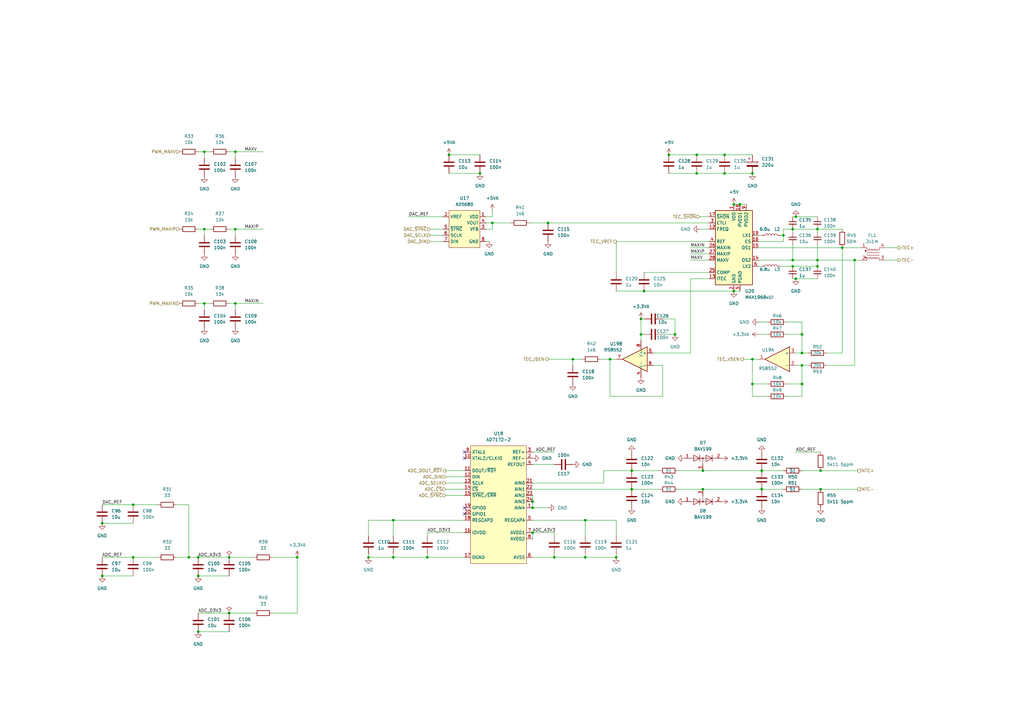
<source format=kicad_sch>
(kicad_sch (version 20230121) (generator eeschema)
  (paper "A3")
  (title_block (title "Kirdy") (date "2022-07-03") (rev "r0.1") (company "M-Labs") (comment 1 "Alex Wong Tat Hang"))
  (junction (at 300.99 119.38))
  (junction (at 350.52 106.68))
  (junction (at 297.18 63.5))
  (junction (at 274.32 63.5))
  (junction (at 300.99 83.82))
  (junction (at 201.93 91.44))
  (junction (at 252.73 228.6))
  (junction (at 96.52 62.23))
  (junction (at 308.61 147.32))
  (junction (at 161.29 213.36))
  (junction (at 325.12 106.68))
  (junction (at 234.95 147.32))
  (junction (at 83.82 62.23))
  (junction (at 41.91 214.63))
  (junction (at 81.28 259.08))
  (junction (at 121.92 228.6))
  (junction (at 218.44 218.44))
  (junction (at 328.93 149.86))
  (junction (at 336.55 193.04))
  (junction (at 218.44 208.28))
  (junction (at 161.29 228.6))
  (junction (at 308.61 71.12))
  (junction (at 93.98 251.46))
  (junction (at 325.12 93.98))
  (junction (at 224.79 91.44))
  (junction (at 262.89 137.16))
  (junction (at 285.75 71.12))
  (junction (at 308.61 157.48))
  (junction (at 326.39 114.3))
  (junction (at 250.19 147.32))
  (junction (at 83.82 93.98))
  (junction (at 81.28 228.6))
  (junction (at 83.82 124.46))
  (junction (at 175.26 228.6))
  (junction (at 259.08 193.04))
  (junction (at 81.28 236.22))
  (junction (at 321.31 96.52))
  (junction (at 93.98 228.6))
  (junction (at 54.61 228.6))
  (junction (at 218.44 205.74))
  (junction (at 184.15 63.5))
  (junction (at 240.03 228.6))
  (junction (at 335.28 109.22))
  (junction (at 345.44 101.6))
  (junction (at 259.08 200.66))
  (junction (at 328.93 137.16))
  (junction (at 96.52 93.98))
  (junction (at 227.33 228.6))
  (junction (at 96.52 124.46))
  (junction (at 303.53 83.82))
  (junction (at 41.91 236.22))
  (junction (at 312.42 193.04))
  (junction (at 328.93 157.48))
  (junction (at 288.29 193.04))
  (junction (at 325.12 109.22))
  (junction (at 196.85 71.12))
  (junction (at 336.55 200.66))
  (junction (at 262.89 130.81))
  (junction (at 240.03 213.36))
  (junction (at 288.29 200.66))
  (junction (at 328.93 144.78))
  (junction (at 151.13 228.6))
  (junction (at 264.16 119.38))
  (junction (at 77.47 228.6))
  (junction (at 335.28 93.98))
  (junction (at 276.86 137.16))
  (junction (at 285.75 63.5))
  (junction (at 297.18 71.12))
  (junction (at 335.28 106.68))
  (junction (at 312.42 200.66))
  (junction (at 54.61 207.01))
  (junction (at 326.39 88.9))
  (no_connect (at 190.5 185.42))
  (no_connect (at 190.5 187.96))
  (no_connect (at 190.5 208.28))
  (no_connect (at 190.5 210.82))
  (wire (pts (xy 320.04 96.52) (xy 321.31 96.52)))
  (wire (pts (xy 274.32 63.5) (xy 285.75 63.5)))
  (wire (pts (xy 328.93 144.78) (xy 331.47 144.78)))
  (wire (pts (xy 218.44 205.74) (xy 218.44 208.28)))
  (wire (pts (xy 218.44 218.44) (xy 227.33 218.44)))
  (wire (pts (xy 224.79 147.32) (xy 234.95 147.32)))
  (wire (pts (xy 308.61 147.32) (xy 311.15 147.32)))
  (wire (pts (xy 304.8 147.32) (xy 308.61 147.32)))
  (wire (pts (xy 41.91 236.22) (xy 54.61 236.22)))
  (wire (pts (xy 252.73 111.76) (xy 252.73 99.06)))
  (wire (pts (xy 182.88 203.2) (xy 190.5 203.2)))
  (wire (pts (xy 41.91 207.01) (xy 54.61 207.01)))
  (wire (pts (xy 328.93 149.86) (xy 331.47 149.86)))
  (wire (pts (xy 182.88 195.58) (xy 190.5 195.58)))
  (wire (pts (xy 175.26 218.44) (xy 190.5 218.44)))
  (wire (pts (xy 252.73 119.38) (xy 264.16 119.38)))
  (wire (pts (xy 252.73 213.36) (xy 252.73 219.71)))
  (wire (pts (xy 259.08 200.66) (xy 270.51 200.66)))
  (wire (pts (xy 151.13 219.71) (xy 151.13 213.36)))
  (wire (pts (xy 111.76 228.6) (xy 121.92 228.6)))
  (wire (pts (xy 93.98 251.46) (xy 104.14 251.46)))
  (wire (pts (xy 311.15 132.08) (xy 314.96 132.08)))
  (wire (pts (xy 259.08 193.04) (xy 270.51 193.04)))
  (wire (pts (xy 199.39 93.98) (xy 201.93 93.98)))
  (wire (pts (xy 325.12 106.68) (xy 335.28 106.68)))
  (wire (pts (xy 297.18 63.5) (xy 308.61 63.5)))
  (wire (pts (xy 250.19 147.32) (xy 252.73 147.32)))
  (wire (pts (xy 285.75 71.12) (xy 297.18 71.12)))
  (wire (pts (xy 312.42 193.04) (xy 321.31 193.04)))
  (wire (pts (xy 264.16 119.38) (xy 300.99 119.38)))
  (wire (pts (xy 176.53 99.06) (xy 181.61 99.06)))
  (wire (pts (xy 322.58 157.48) (xy 328.93 157.48)))
  (wire (pts (xy 227.33 218.44) (xy 227.33 219.71)))
  (wire (pts (xy 83.82 93.98) (xy 86.36 93.98)))
  (wire (pts (xy 339.09 144.78) (xy 345.44 144.78)))
  (wire (pts (xy 271.78 162.56) (xy 271.78 149.86)))
  (wire (pts (xy 184.15 63.5) (xy 196.85 63.5)))
  (wire (pts (xy 218.44 213.36) (xy 240.03 213.36)))
  (wire (pts (xy 218.44 218.44) (xy 218.44 220.98)))
  (wire (pts (xy 151.13 213.36) (xy 161.29 213.36)))
  (wire (pts (xy 151.13 228.6) (xy 161.29 228.6)))
  (wire (pts (xy 321.31 93.98) (xy 325.12 93.98)))
  (wire (pts (xy 350.52 106.68) (xy 350.52 149.86)))
  (wire (pts (xy 199.39 99.06) (xy 200.66 99.06)))
  (wire (pts (xy 96.52 124.46) (xy 96.52 127)))
  (wire (pts (xy 325.12 109.22) (xy 335.28 109.22)))
  (wire (pts (xy 287.02 88.9) (xy 290.83 88.9)))
  (wire (pts (xy 283.21 101.6) (xy 290.83 101.6)))
  (wire (pts (xy 363.22 101.6) (xy 368.3 101.6)))
  (wire (pts (xy 176.53 96.52) (xy 181.61 96.52)))
  (wire (pts (xy 271.78 149.86) (xy 267.97 149.86)))
  (wire (pts (xy 182.88 193.04) (xy 190.5 193.04)))
  (wire (pts (xy 262.89 137.16) (xy 262.89 139.7)))
  (wire (pts (xy 345.44 101.6) (xy 345.44 144.78)))
  (wire (pts (xy 326.39 144.78) (xy 328.93 144.78)))
  (wire (pts (xy 283.21 144.78) (xy 267.97 144.78)))
  (wire (pts (xy 247.65 198.12) (xy 247.65 193.04)))
  (wire (pts (xy 184.15 71.12) (xy 196.85 71.12)))
  (wire (pts (xy 311.15 101.6) (xy 345.44 101.6)))
  (wire (pts (xy 234.95 149.86) (xy 234.95 147.32)))
  (wire (pts (xy 96.52 124.46) (xy 107.95 124.46)))
  (wire (pts (xy 240.03 213.36) (xy 252.73 213.36)))
  (wire (pts (xy 328.93 193.04) (xy 336.55 193.04)))
  (wire (pts (xy 335.28 106.68) (xy 350.52 106.68)))
  (wire (pts (xy 182.88 198.12) (xy 190.5 198.12)))
  (wire (pts (xy 325.12 95.25) (xy 325.12 93.98)))
  (wire (pts (xy 328.93 200.66) (xy 336.55 200.66)))
  (wire (pts (xy 199.39 88.9) (xy 201.93 88.9)))
  (wire (pts (xy 335.28 100.33) (xy 335.28 106.68)))
  (wire (pts (xy 93.98 93.98) (xy 96.52 93.98)))
  (wire (pts (xy 264.16 130.81) (xy 262.89 130.81)))
  (wire (pts (xy 325.12 88.9) (xy 326.39 88.9)))
  (wire (pts (xy 250.19 162.56) (xy 271.78 162.56)))
  (wire (pts (xy 322.58 132.08) (xy 328.93 132.08)))
  (wire (pts (xy 83.82 62.23) (xy 83.82 64.77)))
  (wire (pts (xy 161.29 227.33) (xy 161.29 228.6)))
  (wire (pts (xy 81.28 259.08) (xy 93.98 259.08)))
  (wire (pts (xy 288.29 200.66) (xy 312.42 200.66)))
  (wire (pts (xy 264.16 111.76) (xy 290.83 111.76)))
  (wire (pts (xy 167.64 88.9) (xy 181.61 88.9)))
  (wire (pts (xy 246.38 147.32) (xy 250.19 147.32)))
  (wire (pts (xy 54.61 228.6) (xy 64.77 228.6)))
  (wire (pts (xy 240.03 227.33) (xy 240.03 228.6)))
  (wire (pts (xy 201.93 88.9) (xy 201.93 86.36)))
  (wire (pts (xy 311.15 106.68) (xy 325.12 106.68)))
  (wire (pts (xy 325.12 100.33) (xy 325.12 106.68)))
  (wire (pts (xy 234.95 147.32) (xy 238.76 147.32)))
  (wire (pts (xy 41.91 228.6) (xy 54.61 228.6)))
  (wire (pts (xy 83.82 124.46) (xy 83.82 127)))
  (wire (pts (xy 328.93 137.16) (xy 328.93 144.78)))
  (wire (pts (xy 175.26 228.6) (xy 190.5 228.6)))
  (wire (pts (xy 93.98 228.6) (xy 104.14 228.6)))
  (wire (pts (xy 218.44 190.5) (xy 227.33 190.5)))
  (wire (pts (xy 311.15 99.06) (xy 321.31 99.06)))
  (wire (pts (xy 218.44 200.66) (xy 259.08 200.66)))
  (wire (pts (xy 278.13 200.66) (xy 288.29 200.66)))
  (wire (pts (xy 96.52 93.98) (xy 96.52 96.52)))
  (wire (pts (xy 311.15 137.16) (xy 314.96 137.16)))
  (wire (pts (xy 326.39 149.86) (xy 328.93 149.86)))
  (wire (pts (xy 308.61 157.48) (xy 308.61 162.56)))
  (wire (pts (xy 54.61 207.01) (xy 64.77 207.01)))
  (wire (pts (xy 72.39 207.01) (xy 77.47 207.01)))
  (wire (pts (xy 326.39 114.3) (xy 335.28 114.3)))
  (wire (pts (xy 325.12 114.3) (xy 326.39 114.3)))
  (wire (pts (xy 77.47 207.01) (xy 77.47 228.6)))
  (wire (pts (xy 218.44 208.28) (xy 224.79 208.28)))
  (wire (pts (xy 247.65 198.12) (xy 218.44 198.12)))
  (wire (pts (xy 252.73 227.33) (xy 252.73 228.6)))
  (wire (pts (xy 199.39 91.44) (xy 201.93 91.44)))
  (wire (pts (xy 328.93 162.56) (xy 328.93 157.48)))
  (wire (pts (xy 111.76 251.46) (xy 121.92 251.46)))
  (wire (pts (xy 83.82 93.98) (xy 83.82 96.52)))
  (wire (pts (xy 93.98 62.23) (xy 96.52 62.23)))
  (wire (pts (xy 224.79 91.44) (xy 290.83 91.44)))
  (wire (pts (xy 287.02 93.98) (xy 290.83 93.98)))
  (wire (pts (xy 322.58 137.16) (xy 328.93 137.16)))
  (wire (pts (xy 81.28 236.22) (xy 93.98 236.22)))
  (wire (pts (xy 276.86 130.81) (xy 276.86 137.16)))
  (wire (pts (xy 201.93 93.98) (xy 201.93 91.44)))
  (wire (pts (xy 218.44 185.42) (xy 227.33 185.42)))
  (wire (pts (xy 322.58 162.56) (xy 328.93 162.56)))
  (wire (pts (xy 328.93 132.08) (xy 328.93 137.16)))
  (wire (pts (xy 41.91 214.63) (xy 54.61 214.63)))
  (wire (pts (xy 176.53 93.98) (xy 181.61 93.98)))
  (wire (pts (xy 81.28 93.98) (xy 83.82 93.98)))
  (wire (pts (xy 81.28 228.6) (xy 93.98 228.6)))
  (wire (pts (xy 335.28 95.25) (xy 335.28 93.98)))
  (wire (pts (xy 96.52 62.23) (xy 107.95 62.23)))
  (wire (pts (xy 321.31 99.06) (xy 321.31 96.52)))
  (wire (pts (xy 175.26 227.33) (xy 175.26 228.6)))
  (wire (pts (xy 218.44 203.2) (xy 218.44 205.74)))
  (wire (pts (xy 77.47 228.6) (xy 81.28 228.6)))
  (wire (pts (xy 326.39 185.42) (xy 336.55 185.42)))
  (wire (pts (xy 121.92 251.46) (xy 121.92 228.6)))
  (wire (pts (xy 271.78 137.16) (xy 276.86 137.16)))
  (wire (pts (xy 311.15 96.52) (xy 312.42 96.52)))
  (wire (pts (xy 283.21 114.3) (xy 290.83 114.3)))
  (wire (pts (xy 96.52 93.98) (xy 107.95 93.98)))
  (wire (pts (xy 81.28 62.23) (xy 83.82 62.23)))
  (wire (pts (xy 240.03 213.36) (xy 240.03 219.71)))
  (wire (pts (xy 264.16 137.16) (xy 262.89 137.16)))
  (wire (pts (xy 321.31 96.52) (xy 321.31 93.98)))
  (wire (pts (xy 335.28 106.68) (xy 335.28 109.22)))
  (wire (pts (xy 217.17 91.44) (xy 224.79 91.44)))
  (wire (pts (xy 312.42 200.66) (xy 321.31 200.66)))
  (wire (pts (xy 335.28 93.98) (xy 345.44 93.98)))
  (wire (pts (xy 274.32 71.12) (xy 285.75 71.12)))
  (wire (pts (xy 262.89 130.81) (xy 262.89 137.16)))
  (wire (pts (xy 250.19 147.32) (xy 250.19 162.56)))
  (wire (pts (xy 336.55 200.66) (xy 351.79 200.66)))
  (wire (pts (xy 285.75 63.5) (xy 297.18 63.5)))
  (wire (pts (xy 182.88 200.66) (xy 190.5 200.66)))
  (wire (pts (xy 288.29 193.04) (xy 312.42 193.04)))
  (wire (pts (xy 81.28 124.46) (xy 83.82 124.46)))
  (wire (pts (xy 300.99 83.82) (xy 303.53 83.82)))
  (wire (pts (xy 83.82 124.46) (xy 86.36 124.46)))
  (wire (pts (xy 350.52 106.68) (xy 353.06 106.68)))
  (wire (pts (xy 278.13 193.04) (xy 288.29 193.04)))
  (wire (pts (xy 283.21 114.3) (xy 283.21 144.78)))
  (wire (pts (xy 81.28 251.46) (xy 93.98 251.46)))
  (wire (pts (xy 96.52 62.23) (xy 96.52 64.77)))
  (wire (pts (xy 345.44 101.6) (xy 353.06 101.6)))
  (wire (pts (xy 252.73 99.06) (xy 290.83 99.06)))
  (wire (pts (xy 363.22 106.68) (xy 368.3 106.68)))
  (wire (pts (xy 328.93 157.48) (xy 328.93 149.86)))
  (wire (pts (xy 314.96 157.48) (xy 308.61 157.48)))
  (wire (pts (xy 93.98 124.46) (xy 96.52 124.46)))
  (wire (pts (xy 227.33 227.33) (xy 227.33 228.6)))
  (wire (pts (xy 218.44 228.6) (xy 227.33 228.6)))
  (wire (pts (xy 300.99 119.38) (xy 303.53 119.38)))
  (wire (pts (xy 72.39 228.6) (xy 77.47 228.6)))
  (wire (pts (xy 161.29 228.6) (xy 175.26 228.6)))
  (wire (pts (xy 308.61 157.48) (xy 308.61 147.32)))
  (wire (pts (xy 303.53 83.82) (xy 306.07 83.82)))
  (wire (pts (xy 271.78 130.81) (xy 276.86 130.81)))
  (wire (pts (xy 201.93 91.44) (xy 209.55 91.44)))
  (wire (pts (xy 308.61 162.56) (xy 314.96 162.56)))
  (wire (pts (xy 247.65 193.04) (xy 259.08 193.04)))
  (wire (pts (xy 83.82 62.23) (xy 86.36 62.23)))
  (wire (pts (xy 336.55 193.04) (xy 351.79 193.04)))
  (wire (pts (xy 161.29 213.36) (xy 161.29 219.71)))
  (wire (pts (xy 326.39 88.9) (xy 335.28 88.9)))
  (wire (pts (xy 311.15 109.22) (xy 312.42 109.22)))
  (wire (pts (xy 227.33 228.6) (xy 240.03 228.6)))
  (wire (pts (xy 320.04 109.22) (xy 325.12 109.22)))
  (wire (pts (xy 339.09 149.86) (xy 350.52 149.86)))
  (wire (pts (xy 297.18 71.12) (xy 308.61 71.12)))
  (wire (pts (xy 161.29 213.36) (xy 190.5 213.36)))
  (wire (pts (xy 283.21 104.14) (xy 290.83 104.14)))
  (wire (pts (xy 283.21 106.68) (xy 290.83 106.68)))
  (wire (pts (xy 240.03 228.6) (xy 252.73 228.6)))
  (wire (pts (xy 151.13 227.33) (xy 151.13 228.6)))
  (wire (pts (xy 325.12 93.98) (xy 335.28 93.98)))
  (wire (pts (xy 175.26 218.44) (xy 175.26 219.71)))
  (label "DAC_REF" (at 167.64 88.9 0))
  (label "ADC_D3V3" (at 175.26 218.44 0))
  (label "MAXV" (at 100.33 62.23 0))
  (label "MAXIN" (at 100.33 124.46 0))
  (label "ADC_REF" (at 41.91 228.6 0))
  (label "MAXIN" (at 283.21 101.6 0))
  (label "ADC_A3V3" (at 81.28 228.6 0))
  (label "MAXV" (at 283.21 106.68 0))
  (label "DAC_REF" (at 41.91 207.01 0))
  (label "MAXIP" (at 100.33 93.98 0))
  (label "ADC_REF" (at 326.39 185.42 0))
  (label "ADC_D3V3" (at 81.28 251.46 0))
  (label "ADC_REF" (at 219.71 185.42 0))
  (label "ADC_A3V3" (at 218.44 218.44 0))
  (label "MAXIP" (at 283.21 104.14 0))
  (hierarchical_label "ADC_DOUT_~{RDY}" (shape output) (at 182.88 193.04 180))
  (hierarchical_label "TEC+" (shape output) (at 368.3 101.6 0))
  (hierarchical_label "PWM_MAXIP" (shape input) (at 73.66 93.98 180))
  (hierarchical_label "DAC_DIN" (shape input) (at 176.53 99.06 180))
  (hierarchical_label "PWM_MAXIN" (shape input) (at 73.66 124.46 180))
  (hierarchical_label "TEC_VREF" (shape output) (at 252.73 99.06 180))
  (hierarchical_label "TEC_~{SHDN}" (shape input) (at 287.02 88.9 180))
  (hierarchical_label "DAC_SCLK" (shape input) (at 176.53 96.52 180))
  (hierarchical_label "TEC_ISEN" (shape output) (at 224.79 147.32 180))
  (hierarchical_label "ADC_~{CS}" (shape input) (at 182.88 200.66 180))
  (hierarchical_label "NTC-" (shape passive) (at 351.79 200.66 0))
  (hierarchical_label "ADC_DIN" (shape input) (at 182.88 195.58 180))
  (hierarchical_label "NTC+" (shape passive) (at 351.79 193.04 0))
  (hierarchical_label "TEC-" (shape output) (at 368.3 106.68 0))
  (hierarchical_label "PWM_MAXV" (shape input) (at 73.66 62.23 180))
  (hierarchical_label "ADC_SCLK" (shape input) (at 182.88 198.12 180))
  (hierarchical_label "TEC_VSEN" (shape output) (at 304.8 147.32 180))
  (hierarchical_label "ADC_~{SYNC}" (shape input) (at 182.88 203.2 180))
  (hierarchical_label "DAC_~{SYNC}" (shape input) (at 176.53 93.98 180))
  (symbol (lib_id "power:GND") (at 81.28 236.22 0) (unit 1)
    (property "Reference" "#PWR084" (effects hide))
    (property "Value" "GND" (at 81.28 241.3 0))
  )
  (symbol (lib_id "Device:C") (at 240.03 223.52 0) (unit 1)
    (property "Reference" "C119" (at 243.84 222.2499 0) (effects (justify left)))
    (property "Value" "100n" (at 243.84 224.7899 0) (effects (justify left)))
    (property "Footprint" "Capacitor_SMD:C_0603_1608Metric" (effects hide))
    (property "MFR_PN" "CL10B104KB8NNWC" (effects hide))
    (property "MFR_PN_ALT" "CL10B104KB8NNNL" (effects hide))
  )
  (symbol (lib_id "Device:C") (at 175.26 223.52 0) (unit 1)
    (property "Reference" "C112" (at 179.07 222.2499 0) (effects (justify left)))
    (property "Value" "100n" (at 179.07 224.7899 0) (effects (justify left)))
    (property "Footprint" "Capacitor_SMD:C_0603_1608Metric" (effects hide))
    (property "MFR_PN" "CL10B104KB8NNWC" (effects hide))
    (property "MFR_PN_ALT" "CL10B104KB8NNNL" (effects hide))
  )
  (symbol (lib_id "kirdy:AD5680") (at 190.5 101.6 0) (unit 1)
    (property "Reference" "U17" (at 190.5 81.28 0))
    (property "Value" "AD5680" (at 190.5 83.82 0))
    (property "Footprint" "Package_TO_SOT_SMD:SOT-23-8" (effects hide))
    (property "Datasheet" "https://www.analog.com/media/en/technical-documentation/data-sheets/ad5680.pdf" (effects hide))
    (property "MFR_PN" "AD5680BRJZ" (effects hide))
  )
  (symbol (lib_id "power:GND") (at 41.91 236.22 0) (unit 1)
    (property "Reference" "#PWR083" (effects hide))
    (property "Value" "GND" (at 41.91 241.3 0))
  )
  (symbol (lib_id "power:GND") (at 200.66 99.06 0) (unit 1)
    (property "Reference" "#PWR096" (effects hide))
    (property "Value" "GND" (at 200.66 104.14 0))
  )
  (symbol (lib_id "Device:C") (at 81.28 255.27 0) (unit 1)
    (property "Reference" "C101" (at 85.09 253.9999 0) (effects (justify left)))
    (property "Value" "10u" (at 85.09 256.5399 0) (effects (justify left)))
    (property "Footprint" "Capacitor_SMD:C_0805_2012Metric" (effects hide))
    (property "MFR_PN" "CL21B106KOQNNNG" (effects hide))
    (property "MFR_PN_ALT" "CL21B106KOQNNNE" (effects hide))
  )
  (symbol (lib_id "Device:R") (at 345.44 97.79 180) (unit 1)
    (property "Reference" "R45" (at 349.25 96.52 0))
    (property "Value" "50m" (at 349.25 99.06 0))
    (property "Footprint" "Resistor_SMD:R_2010_5025Metric" (effects hide))
    (property "MFR_PN" "WSL2010R5000FEA18" (effects hide))
    (property "MFR_PN_ALT" "WSLT2010R5000FEA18" (effects hide))
  )
  (symbol (lib_id "Device:C") (at 252.73 223.52 0) (unit 1)
    (property "Reference" "C121" (at 256.54 222.2499 0) (effects (justify left)))
    (property "Value" "1u" (at 256.54 224.7899 0) (effects (justify left)))
    (property "Footprint" "Capacitor_SMD:C_0603_1608Metric" (effects hide))
    (property "MFR_PN" "CL10B105KA8NNNC" (effects hide))
    (property "MFR_PN_ALT" "CGA3E1X7R1E105K080AC" (effects hide))
  )
  (symbol (lib_id "power:+3.3VA") (at 121.92 228.6 0) (unit 1)
    (property "Reference" "#PWR092" (effects hide))
    (property "Value" "+3.3VA" (at 121.92 223.52 0))
  )
  (symbol (lib_id "power:+5V") (at 274.32 63.5 0) (unit 1)
    (property "Reference" "#PWR0108" (effects hide))
    (property "Value" "+5V" (at 274.32 58.42 0))
  )
  (symbol (lib_id "Device:R") (at 107.95 251.46 90) (unit 1)
    (property "Reference" "R40" (at 107.95 245.11 90))
    (property "Value" "33" (at 107.95 247.65 90))
    (property "Footprint" "Resistor_SMD:R_0603_1608Metric" (effects hide))
    (property "MFR_PN" "RC0603FR-0733RL" (effects hide))
    (property "MFR_PN_ALT" "CRGCQ0603F33R" (effects hide))
  )
  (symbol (lib_id "Device:Filter_EMI_LL_1423") (at 358.14 104.14 0) (mirror x) (unit 1)
    (property "Reference" "FL1" (at 357.759 96.52 0))
    (property "Value" "2x1m" (at 357.759 99.06 0))
    (property "Footprint" "Inductor_SMD:L_CommonModeChoke_Wuerth_WE-SL5" (effects hide))
    (property "MFR_PN" "744273501" (effects hide))
  )
  (symbol (lib_id "Device:R") (at 318.77 132.08 90) (unit 1)
    (property "Reference" "R46" (at 318.77 129.54 90))
    (property "Value" "10k" (at 318.77 132.08 90))
    (property "Footprint" "Resistor_SMD:R_0603_1608Metric" (effects hide))
    (property "MFR_PN" "RNCP0603FTD10K0" (effects hide))
    (property "MFR_PN_ALT" "RMCF0603FT10K0" (effects hide))
  )
  (symbol (lib_id "power:GND") (at 83.82 104.14 0) (unit 1)
    (property "Reference" "#PWR087" (effects hide))
    (property "Value" "GND" (at 83.82 109.22 0))
  )
  (symbol (lib_id "Device:R") (at 90.17 62.23 90) (unit 1)
    (property "Reference" "R36" (at 90.17 55.88 90))
    (property "Value" "10k" (at 90.17 58.42 90))
    (property "Footprint" "Resistor_SMD:R_0603_1608Metric" (effects hide))
    (property "MFR_PN" "RNCP0603FTD10K0" (effects hide))
    (property "MFR_PN_ALT" "RMCF0603FT10K0" (effects hide))
  )
  (symbol (lib_id "Device:R") (at 274.32 193.04 90) (unit 1)
    (property "Reference" "R43" (at 274.32 195.58 90))
    (property "Value" "51" (at 274.32 193.04 90))
    (property "Footprint" "Resistor_SMD:R_0603_1608Metric" (effects hide))
    (property "MFR_PN" "ESR03EZPF51R0" (effects hide))
    (property "MFR_PN_ALT" "RMCF0603FT51R0" (effects hide))
  )
  (symbol (lib_id "kirdy:RS8552") (at 260.35 147.32 0) (mirror y) (unit 3)
    (property "Reference" "U19" (effects hide))
    (property "Value" "RS8552" (effects hide))
    (property "Footprint" "Package_SO:SOIC-8_3.9x4.9mm_P1.27mm" (effects hide))
    (property "Datasheet" "https://datasheet.lcsc.com/lcsc/2010160333_Jiangsu-RUNIC-Tech-RS8554XP_C236997.pdf" (effects hide))
    (property "MFR_PN" "RS8552XK" (effects hide))
  )
  (symbol (lib_id "power:GND") (at 308.61 71.12 0) (unit 1)
    (property "Reference" "#PWR0117" (effects hide))
    (property "Value" "GND" (at 308.61 76.2 0))
  )
  (symbol (lib_id "Device:R") (at 325.12 193.04 90) (unit 1)
    (property "Reference" "R50" (at 325.12 195.58 90))
    (property "Value" "51" (at 325.12 193.04 90))
    (property "Footprint" "Resistor_SMD:R_0603_1608Metric" (effects hide))
    (property "MFR_PN" "ESR03EZPF51R0" (effects hide))
    (property "MFR_PN_ALT" "RMCF0603FT51R0" (effects hide))
  )
  (symbol (lib_id "power:GND") (at 311.15 132.08 270) (unit 1)
    (property "Reference" "#PWR0118" (effects hide))
    (property "Value" "GND" (at 307.34 132.0799 90) (effects (justify right)))
  )
  (symbol (lib_id "Device:R") (at 274.32 200.66 90) (unit 1)
    (property "Reference" "R44" (at 274.32 198.12 90))
    (property "Value" "51" (at 274.32 200.66 90))
    (property "Footprint" "Resistor_SMD:R_0603_1608Metric" (effects hide))
    (property "MFR_PN" "ESR03EZPF51R0" (effects hide))
    (property "MFR_PN_ALT" "RMCF0603FT51R0" (effects hide))
  )
  (symbol (lib_id "kirdy:AD7172-2") (at 204.47 209.55 0) (mirror y) (unit 1)
    (property "Reference" "U18" (at 204.47 177.8 0))
    (property "Value" "AD7172-2" (at 204.47 180.34 0))
    (property "Footprint" "Package_SO:TSSOP-24_4.4x7.8mm_P0.65mm" (effects hide))
    (property "Datasheet" "https://www.analog.com/media/en/technical-documentation/data-sheets/ad7172-2.pdf" (effects hide))
    (property "MFR_PN" "AD7172-2BRUZ" (effects hide))
  )
  (symbol (lib_id "Device:C") (at 93.98 232.41 0) (unit 1)
    (property "Reference" "C105" (at 97.79 231.1399 0) (effects (justify left)))
    (property "Value" "100n" (at 97.79 233.6799 0) (effects (justify left)))
    (property "Footprint" "Capacitor_SMD:C_0603_1608Metric" (effects hide))
    (property "MFR_PN" "CL10B104KB8NNWC" (effects hide))
    (property "MFR_PN_ALT" "CL10B104KB8NNNL" (effects hide))
  )
  (symbol (lib_id "power:GND") (at 83.82 134.62 0) (unit 1)
    (property "Reference" "#PWR088" (effects hide))
    (property "Value" "GND" (at 83.82 139.7 0))
  )
  (symbol (lib_id "Device:L") (at 316.23 109.22 90) (unit 1)
    (property "Reference" "L3" (at 318.77 110.49 90))
    (property "Value" "6.8u" (at 313.69 110.49 90))
    (property "Footprint" "Inductor_SMD:L_Wuerth_MAPI-4030" (effects hide))
    (property "MFR_PN" "74438357068" (effects hide))
  )
  (symbol (lib_id "power:GND") (at 234.95 190.5 90) (unit 1)
    (property "Reference" "#PWR0102" (effects hide))
    (property "Value" "GND" (at 238.76 190.4999 90) (effects (justify right)))
  )
  (symbol (lib_id "Device:R") (at 77.47 93.98 90) (unit 1)
    (property "Reference" "R34" (at 77.47 87.63 90))
    (property "Value" "10k" (at 77.47 90.17 90))
    (property "Footprint" "Resistor_SMD:R_0603_1608Metric" (effects hide))
    (property "MFR_PN" "RNCP0603FTD10K0" (effects hide))
    (property "MFR_PN_ALT" "RMCF0603FT10K0" (effects hide))
  )
  (symbol (lib_id "Device:R") (at 325.12 200.66 90) (unit 1)
    (property "Reference" "R51" (at 325.12 198.12 90))
    (property "Value" "51" (at 325.12 200.66 90))
    (property "Footprint" "Resistor_SMD:R_0603_1608Metric" (effects hide))
    (property "MFR_PN" "ESR03EZPF51R0" (effects hide))
    (property "MFR_PN_ALT" "RMCF0603FT51R0" (effects hide))
  )
  (symbol (lib_id "Device:C") (at 41.91 232.41 0) (unit 1)
    (property "Reference" "C97" (at 45.72 231.1399 0) (effects (justify left)))
    (property "Value" "10u" (at 45.72 233.6799 0) (effects (justify left)))
    (property "Footprint" "Capacitor_SMD:C_0805_2012Metric" (effects hide))
    (property "MFR_PN" "CL21B106KOQNNNG" (effects hide))
    (property "MFR_PN_ALT" "CL21B106KOQNNNE" (effects hide))
  )
  (symbol (lib_id "Device:C") (at 259.08 196.85 0) (unit 1)
    (property "Reference" "C123" (at 262.89 195.5799 0) (effects (justify left)))
    (property "Value" "100n" (at 262.89 198.1199 0) (effects (justify left)))
    (property "Footprint" "Capacitor_SMD:C_0603_1608Metric" (effects hide))
    (property "MFR_PN" "CL10B104KB8NNWC" (effects hide))
    (property "MFR_PN_ALT" "CL10B104KB8NNNL" (effects hide))
  )
  (symbol (lib_id "power:GND") (at 96.52 72.39 0) (unit 1)
    (property "Reference" "#PWR089" (effects hide))
    (property "Value" "GND" (at 96.52 77.47 0))
  )
  (symbol (lib_id "Device:C") (at 297.18 67.31 0) (unit 1)
    (property "Reference" "C130" (at 300.99 66.0399 0) (effects (justify left)))
    (property "Value" "1u" (at 300.99 68.5799 0) (effects (justify left)))
    (property "Footprint" "Capacitor_SMD:C_0603_1608Metric" (effects hide))
    (property "MFR_PN" "CL10B105KA8NNNC" (effects hide))
    (property "MFR_PN_ALT" "CGA3E1X7R1E105K080AC" (effects hide))
  )
  (symbol (lib_id "Device:C") (at 285.75 67.31 0) (unit 1)
    (property "Reference" "C129" (at 289.56 66.0399 0) (effects (justify left)))
    (property "Value" "1u" (at 289.56 68.5799 0) (effects (justify left)))
    (property "Footprint" "Capacitor_SMD:C_0603_1608Metric" (effects hide))
    (property "MFR_PN" "CL10B105KA8NNNC" (effects hide))
    (property "MFR_PN_ALT" "CGA3E1X7R1E105K080AC" (effects hide))
  )
  (symbol (lib_id "Device:C") (at 41.91 210.82 0) (unit 1)
    (property "Reference" "C96" (at 45.72 209.5499 0) (effects (justify left)))
    (property "Value" "10u" (at 45.72 212.0899 0) (effects (justify left)))
    (property "Footprint" "Capacitor_SMD:C_0805_2012Metric" (effects hide))
    (property "MFR_PN" "CL21B106KOQNNNG" (effects hide))
    (property "MFR_PN_ALT" "CL21B106KOQNNNE" (effects hide))
  )
  (symbol (lib_id "Device:C") (at 267.97 137.16 90) (unit 1)
    (property "Reference" "C127" (at 271.78 135.89 90))
    (property "Value" "100n" (at 271.78 138.43 90))
    (property "Footprint" "Capacitor_SMD:C_0603_1608Metric" (effects hide))
    (property "MFR_PN" "CL10B104KB8NNWC" (effects hide))
    (property "MFR_PN_ALT" "CL10B104KB8NNNL" (effects hide))
  )
  (symbol (lib_id "Device:C_Small") (at 325.12 97.79 0) (unit 1)
    (property "Reference" "C136" (at 327.66 96.5262 0) (effects (justify left)))
    (property "Value" "10u" (at 327.66 99.0662 0) (effects (justify left)))
    (property "Footprint" "Capacitor_SMD:C_0805_2012Metric" (effects hide))
    (property "MFR_PN" "CL21B106KOQNNNG" (effects hide))
    (property "MFR_PN_ALT" "CL21B106KOQNNNE" (effects hide))
  )
  (symbol (lib_id "power:GND") (at 224.79 208.28 90) (unit 1)
    (property "Reference" "#PWR0100" (effects hide))
    (property "Value" "GND" (at 228.6 208.2799 90) (effects (justify right)))
  )
  (symbol (lib_id "Device:C") (at 96.52 130.81 0) (unit 1)
    (property "Reference" "C109" (at 100.33 129.5399 0) (effects (justify left)))
    (property "Value" "100n" (at 100.33 132.0799 0) (effects (justify left)))
    (property "Footprint" "Capacitor_SMD:C_0603_1608Metric" (effects hide))
    (property "MFR_PN" "CL10B104KB8NNWC" (effects hide))
    (property "MFR_PN_ALT" "CL10B104KB8NNNL" (effects hide))
  )
  (symbol (lib_id "Device:R") (at 242.57 147.32 90) (unit 1)
    (property "Reference" "R42" (at 242.57 140.97 90))
    (property "Value" "1k6" (at 242.57 143.51 90))
    (property "Footprint" "Resistor_SMD:R_0603_1608Metric" (effects hide))
    (property "MFR_PN" "RT0603FRE071K6L" (effects hide))
    (property "MFR_PN_ALT" "RMCF0603FT1K60" (effects hide))
  )
  (symbol (lib_id "Device:R") (at 90.17 93.98 90) (unit 1)
    (property "Reference" "R37" (at 90.17 87.63 90))
    (property "Value" "10k" (at 90.17 90.17 90))
    (property "Footprint" "Resistor_SMD:R_0603_1608Metric" (effects hide))
    (property "MFR_PN" "RNCP0603FTD10K0" (effects hide))
    (property "MFR_PN_ALT" "RMCF0603FT10K0" (effects hide))
  )
  (symbol (lib_id "Device:R") (at 336.55 189.23 0) (unit 1)
    (property "Reference" "R54" (at 339.09 187.9599 0) (effects (justify left)))
    (property "Value" "5k11 5ppm" (at 339.09 190.4999 0) (effects (justify left)))
    (property "Footprint" "Resistor_SMD:R_0603_1608Metric" (effects hide))
    (property "MFR_PN" "RN73H1JTTD5111A05" (effects hide))
    (property "MFR_PN_ALT" "TNPU06035K11BZEN00" (effects hide))
  )
  (symbol (lib_id "power:GND") (at 224.79 99.06 0) (unit 1)
    (property "Reference" "#PWR099" (effects hide))
    (property "Value" "GND" (at 224.79 104.14 0))
  )
  (symbol (lib_id "Device:C") (at 312.42 204.47 0) (unit 1)
    (property "Reference" "C134" (at 316.23 203.1999 0) (effects (justify left)))
    (property "Value" "10n" (at 316.23 205.7399 0) (effects (justify left)))
    (property "Footprint" "Capacitor_SMD:C_0603_1608Metric" (effects hide))
    (property "MFR_PN" "0603B103K500CT" (effects hide))
    (property "MFR_PN_ALT" "CL10B103KB8NNNC" (effects hide))
  )
  (symbol (lib_id "Device:C") (at 252.73 115.57 0) (unit 1)
    (property "Reference" "C120" (at 256.54 114.2999 0) (effects (justify left)))
    (property "Value" "1u" (at 256.54 116.8399 0) (effects (justify left)))
    (property "Footprint" "Capacitor_SMD:C_0603_1608Metric" (effects hide))
    (property "MFR_PN" "CL10B105KA8NNNC" (effects hide))
    (property "MFR_PN_ALT" "CGA3E1X7R1E105K080AC" (effects hide))
  )
  (symbol (lib_id "Device:C") (at 274.32 67.31 0) (unit 1)
    (property "Reference" "C128" (at 278.13 66.0399 0) (effects (justify left)))
    (property "Value" "1u" (at 278.13 68.5799 0) (effects (justify left)))
    (property "Footprint" "Capacitor_SMD:C_0603_1608Metric" (effects hide))
    (property "MFR_PN" "CL10B105KA8NNNC" (effects hide))
    (property "MFR_PN_ALT" "CGA3E1X7R1E105K080AC" (effects hide))
  )
  (symbol (lib_id "Device:C_Small") (at 325.12 111.76 0) (unit 1)
    (property "Reference" "C137" (at 327.66 110.4962 0) (effects (justify left)))
    (property "Value" "1u" (at 327.66 113.0362 0) (effects (justify left)))
    (property "Footprint" "Capacitor_SMD:C_0603_1608Metric" (effects hide))
    (property "MFR_PN" "CL10B105KA8NNNC" (effects hide))
    (property "MFR_PN_ALT" "CGA3E1X7R1E105K080AC" (effects hide))
  )
  (symbol (lib_id "Device:C") (at 184.15 67.31 0) (unit 1)
    (property "Reference" "C113" (at 187.96 66.0399 0) (effects (justify left)))
    (property "Value" "10u" (at 187.96 68.5799 0) (effects (justify left)))
    (property "Footprint" "Capacitor_SMD:C_0805_2012Metric" (effects hide))
    (property "MFR_PN" "CL21B106KOQNNNG" (effects hide))
    (property "MFR_PN_ALT" "CL21B106KOQNNNE" (effects hide))
  )
  (symbol (lib_id "power:GND") (at 252.73 228.6 0) (unit 1)
    (property "Reference" "#PWR0103" (effects hide))
    (property "Value" "GND" (at 252.73 233.68 0))
  )
  (symbol (lib_id "power:GND") (at 83.82 72.39 0) (unit 1)
    (property "Reference" "#PWR086" (effects hide))
    (property "Value" "GND" (at 83.82 77.47 0))
  )
  (symbol (lib_id "power:GND") (at 196.85 71.12 0) (unit 1)
    (property "Reference" "#PWR095" (effects hide))
    (property "Value" "GND" (at 196.85 76.2 0))
  )
  (symbol (lib_id "Device:R") (at 77.47 62.23 90) (unit 1)
    (property "Reference" "R33" (at 77.47 55.88 90))
    (property "Value" "10k" (at 77.47 58.42 90))
    (property "Footprint" "Resistor_SMD:R_0603_1608Metric" (effects hide))
    (property "MFR_PN" "RNCP0603FTD10K0" (effects hide))
    (property "MFR_PN_ALT" "RMCF0603FT10K0" (effects hide))
  )
  (symbol (lib_id "Device:C") (at 151.13 223.52 0) (unit 1)
    (property "Reference" "C110" (at 154.94 222.2499 0) (effects (justify left)))
    (property "Value" "1u" (at 154.94 224.7899 0) (effects (justify left)))
    (property "Footprint" "Capacitor_SMD:C_0603_1608Metric" (effects hide))
    (property "MFR_PN" "CL10B105KA8NNNC" (effects hide))
    (property "MFR_PN_ALT" "CGA3E1X7R1E105K080AC" (effects hide))
  )
  (symbol (lib_id "Device:R") (at 213.36 91.44 90) (unit 1)
    (property "Reference" "R41" (at 213.36 85.09 90))
    (property "Value" "1k6" (at 213.36 87.63 90))
    (property "Footprint" "Resistor_SMD:R_0603_1608Metric" (effects hide))
    (property "MFR_PN" "RT0603FRE071K6L" (effects hide))
    (property "MFR_PN_ALT" "RMCF0603FT1K60" (effects hide))
  )
  (symbol (lib_id "power:GND") (at 280.67 187.96 270) (unit 1)
    (property "Reference" "#PWR0110" (effects hide))
    (property "Value" "GND" (at 276.86 187.9599 90) (effects (justify right)))
  )
  (symbol (lib_id "Device:R") (at 68.58 207.01 90) (unit 1)
    (property "Reference" "R31" (at 68.58 200.66 90))
    (property "Value" "33" (at 68.58 203.2 90))
    (property "Footprint" "Resistor_SMD:R_0603_1608Metric" (effects hide))
    (property "MFR_PN" "RC0603FR-0733RL" (effects hide))
    (property "MFR_PN_ALT" "CRGCQ0603F33R" (effects hide))
  )
  (symbol (lib_id "Device:C") (at 96.52 68.58 0) (unit 1)
    (property "Reference" "C107" (at 100.33 67.3099 0) (effects (justify left)))
    (property "Value" "100n" (at 100.33 69.8499 0) (effects (justify left)))
    (property "Footprint" "Capacitor_SMD:C_0603_1608Metric" (effects hide))
    (property "MFR_PN" "CL10B104KB8NNWC" (effects hide))
    (property "MFR_PN_ALT" "CL10B104KB8NNNL" (effects hide))
  )
  (symbol (lib_id "Device:R") (at 336.55 204.47 0) (unit 1)
    (property "Reference" "R55" (at 339.09 203.1999 0) (effects (justify left)))
    (property "Value" "5k11 5ppm" (at 339.09 205.7399 0) (effects (justify left)))
    (property "Footprint" "Resistor_SMD:R_0603_1608Metric" (effects hide))
    (property "MFR_PN" "RN73H1JTTD5111A05" (effects hide))
    (property "MFR_PN_ALT" "TNPU06035K11BZEN00" (effects hide))
  )
  (symbol (lib_id "Device:C") (at 81.28 232.41 0) (unit 1)
    (property "Reference" "C100" (at 85.09 231.1399 0) (effects (justify left)))
    (property "Value" "10u" (at 85.09 233.6799 0) (effects (justify left)))
    (property "Footprint" "Capacitor_SMD:C_0805_2012Metric" (effects hide))
    (property "MFR_PN" "CL21B106KOQNNNG" (effects hide))
    (property "MFR_PN_ALT" "CL21B106KOQNNNE" (effects hide))
  )
  (symbol (lib_id "Device:C") (at 196.85 67.31 0) (unit 1)
    (property "Reference" "C114" (at 200.66 66.0399 0) (effects (justify left)))
    (property "Value" "100n" (at 200.66 68.5799 0) (effects (justify left)))
    (property "Footprint" "Capacitor_SMD:C_0603_1608Metric" (effects hide))
    (property "MFR_PN" "CL10B104KB8NNWC" (effects hide))
    (property "MFR_PN_ALT" "CL10B104KB8NNNL" (effects hide))
  )
  (symbol (lib_id "power:+3.3VA") (at 262.89 130.81 0) (unit 1)
    (property "Reference" "#PWR0106" (effects hide))
    (property "Value" "+3.3VA" (at 262.89 125.73 0))
  )
  (symbol (lib_id "power:GND") (at 234.95 157.48 0) (unit 1)
    (property "Reference" "#PWR0101" (effects hide))
    (property "Value" "GND" (at 234.95 162.56 0))
  )
  (symbol (lib_id "Device:C_Small") (at 325.12 91.44 0) (unit 1)
    (property "Reference" "C135" (at 327.66 90.1762 0) (effects (justify left)))
    (property "Value" "1u" (at 327.66 92.7162 0) (effects (justify left)))
    (property "Footprint" "Capacitor_SMD:C_0603_1608Metric" (effects hide))
    (property "MFR_PN" "CL10B105KA8NNNC" (effects hide))
    (property "MFR_PN_ALT" "CGA3E1X7R1E105K080AC" (effects hide))
  )
  (symbol (lib_id "Device:C") (at 83.82 68.58 0) (unit 1)
    (property "Reference" "C102" (at 87.63 67.3099 0) (effects (justify left)))
    (property "Value" "100n" (at 87.63 69.8499 0) (effects (justify left)))
    (property "Footprint" "Capacitor_SMD:C_0603_1608Metric" (effects hide))
    (property "MFR_PN" "CL10B104KB8NNWC" (effects hide))
    (property "MFR_PN_ALT" "CL10B104KB8NNNL" (effects hide))
  )
  (symbol (lib_id "Device:L") (at 316.23 96.52 90) (unit 1)
    (property "Reference" "L2" (at 318.77 93.98 90))
    (property "Value" "6.8u" (at 313.69 93.98 90))
    (property "Footprint" "Inductor_SMD:L_Wuerth_MAPI-4030" (effects hide))
    (property "MFR_PN" "74438357068" (effects hide))
  )
  (symbol (lib_id "Device:C") (at 234.95 153.67 0) (unit 1)
    (property "Reference" "C118" (at 238.76 152.3999 0) (effects (justify left)))
    (property "Value" "100n" (at 238.76 154.9399 0) (effects (justify left)))
    (property "Footprint" "Capacitor_SMD:C_0603_1608Metric" (effects hide))
    (property "MFR_PN" "CL10B104KB8NNWC" (effects hide))
    (property "MFR_PN_ALT" "CL10B104KB8NNNL" (effects hide))
  )
  (symbol (lib_id "Device:C") (at 83.82 100.33 0) (unit 1)
    (property "Reference" "C103" (at 87.63 99.0599 0) (effects (justify left)))
    (property "Value" "100n" (at 87.63 101.5999 0) (effects (justify left)))
    (property "Footprint" "Capacitor_SMD:C_0603_1608Metric" (effects hide))
    (property "MFR_PN" "CL10B104KB8NNWC" (effects hide))
    (property "MFR_PN_ALT" "CL10B104KB8NNNL" (effects hide))
  )
  (symbol (lib_id "Diode:BAV99") (at 288.29 205.74 0) (mirror x) (unit 1)
    (property "Reference" "D8" (at 288.29 209.55 0))
    (property "Value" "BAV199" (at 288.29 212.09 0))
    (property "Footprint" "Package_TO_SOT_SMD:SOT-23" (effects hide))
    (property "Datasheet" "https://assets.nexperia.com/documents/data-sheet/BAV99_SER.pdf" (effects hide))
    (property "MFR_PN" "BAV199W-7" (effects hide))
    (property "MFR_PN_ALT" "BAV199E6327HTSA1" (effects hide))
  )
  (symbol (lib_id "Device:R") (at 335.28 144.78 90) (unit 1)
    (property "Reference" "R52" (at 335.28 142.24 90))
    (property "Value" "20k" (at 335.28 144.78 90))
    (property "Footprint" "Resistor_SMD:R_0603_1608Metric" (effects hide))
    (property "MFR_PN" "RMCF0603FT20K0" (effects hide))
    (property "MFR_PN_ALT" "RC0603FR-0720KL" (effects hide))
  )
  (symbol (lib_id "power:+5V") (at 300.99 83.82 0) (unit 1)
    (property "Reference" "#PWR0115" (effects hide))
    (property "Value" "+5V" (at 300.99 78.74 0))
  )
  (symbol (lib_id "Device:C") (at 93.98 255.27 0) (unit 1)
    (property "Reference" "C106" (at 97.79 253.9999 0) (effects (justify left)))
    (property "Value" "100n" (at 97.79 256.5399 0) (effects (justify left)))
    (property "Footprint" "Capacitor_SMD:C_0603_1608Metric" (effects hide))
    (property "MFR_PN" "CL10B104KB8NNWC" (effects hide))
    (property "MFR_PN_ALT" "CL10B104KB8NNNL" (effects hide))
  )
  (symbol (lib_id "power:GND") (at 218.44 187.96 90) (unit 1)
    (property "Reference" "#PWR098" (effects hide))
    (property "Value" "GND" (at 222.25 187.9599 90) (effects (justify right)))
  )
  (symbol (lib_id "power:+3.3VA") (at 311.15 137.16 90) (unit 1)
    (property "Reference" "#PWR0119" (effects hide))
    (property "Value" "+3.3VA" (at 307.34 137.1599 90) (effects (justify left)))
  )
  (symbol (lib_id "Device:C") (at 312.42 196.85 0) (unit 1)
    (property "Reference" "C133" (at 316.23 195.5799 0) (effects (justify left)))
    (property "Value" "100n" (at 316.23 198.1199 0) (effects (justify left)))
    (property "Footprint" "Capacitor_SMD:C_0603_1608Metric" (effects hide))
    (property "MFR_PN" "CL10B104KB8NNWC" (effects hide))
    (property "MFR_PN_ALT" "CL10B104KB8NNNL" (effects hide))
  )
  (symbol (lib_id "power:GND") (at 259.08 208.28 0) (unit 1)
    (property "Reference" "#PWR0105" (effects hide))
    (property "Value" "GND" (at 259.08 213.36 0))
  )
  (symbol (lib_id "power:GND") (at 262.89 154.94 0) (unit 1)
    (property "Reference" "#PWR0107" (effects hide))
    (property "Value" "GND" (at 262.89 160.02 0))
  )
  (symbol (lib_id "Device:C") (at 259.08 204.47 0) (unit 1)
    (property "Reference" "C124" (at 262.89 203.1999 0) (effects (justify left)))
    (property "Value" "10n" (at 262.89 205.7399 0) (effects (justify left)))
    (property "Footprint" "Capacitor_SMD:C_0603_1608Metric" (effects hide))
    (property "MFR_PN" "0603B103K500CT" (effects hide))
    (property "MFR_PN_ALT" "CL10B103KB8NNNC" (effects hide))
  )
  (symbol (lib_id "power:GND") (at 280.67 205.74 270) (unit 1)
    (property "Reference" "#PWR0111" (effects hide))
    (property "Value" "GND" (at 276.86 205.7399 90) (effects (justify right)))
  )
  (symbol (lib_id "Device:R") (at 68.58 228.6 90) (unit 1)
    (property "Reference" "R32" (at 68.58 222.25 90))
    (property "Value" "33" (at 68.58 224.79 90))
    (property "Footprint" "Resistor_SMD:R_0603_1608Metric" (effects hide))
    (property "MFR_PN" "RC0603FR-0733RL" (effects hide))
    (property "MFR_PN_ALT" "CRGCQ0603F33R" (effects hide))
  )
  (symbol (lib_id "Device:C_Small") (at 335.28 97.79 0) (unit 1)
    (property "Reference" "C139" (at 337.82 96.5262 0) (effects (justify left)))
    (property "Value" "100n" (at 337.82 99.0662 0) (effects (justify left)))
    (property "Footprint" "Capacitor_SMD:C_0603_1608Metric" (effects hide))
    (property "MFR_PN" "CL10B104KB8NNWC" (effects hide))
    (property "MFR_PN_ALT" "CL10B104KB8NNNL" (effects hide))
  )
  (symbol (lib_id "Device:C_Polarized") (at 308.61 67.31 0) (unit 1)
    (property "Reference" "C131" (at 312.42 65.1509 0) (effects (justify left)))
    (property "Value" "220u" (at 312.42 67.6909 0) (effects (justify left)))
    (property "Footprint" "Capacitor_Tantalum_SMD:CP_EIA-7343-15_Kemet-W" (effects hide))
    (property "MFR_PN" "T491D227K016AT" (effects hide))
    (property "MFR_PN_ALT" "293D227X9016E2TE3" (effects hide))
  )
  (symbol (lib_id "power:PWR_FLAG") (at 93.98 251.46 0) (unit 1)
    (property "Reference" "#FLG0113" (effects hide))
    (property "Value" "PWR_FLAG" (effects hide))
  )
  (symbol (lib_id "Device:C") (at 161.29 223.52 0) (unit 1)
    (property "Reference" "C111" (at 165.1 222.2499 0) (effects (justify left)))
    (property "Value" "100n" (at 165.1 224.7899 0) (effects (justify left)))
    (property "Footprint" "Capacitor_SMD:C_0603_1608Metric" (effects hide))
    (property "MFR_PN" "CL10B104KB8NNWC" (effects hide))
    (property "MFR_PN_ALT" "CL10B104KB8NNNL" (effects hide))
  )
  (symbol (lib_id "Device:R") (at 318.77 157.48 90) (unit 1)
    (property "Reference" "R48" (at 318.77 154.94 90))
    (property "Value" "10k" (at 318.77 157.48 90))
    (property "Footprint" "Resistor_SMD:R_0603_1608Metric" (effects hide))
    (property "MFR_PN" "RNCP0603FTD10K0" (effects hide))
    (property "MFR_PN_ALT" "RMCF0603FT10K0" (effects hide))
  )
  (symbol (lib_id "power:+3.3VA") (at 295.91 187.96 270) (unit 1)
    (property "Reference" "#PWR0113" (effects hide))
    (property "Value" "+3.3VA" (at 299.72 187.9599 90) (effects (justify left)))
  )
  (symbol (lib_id "kirdy:RS8552") (at 318.77 147.32 0) (mirror y) (unit 1)
    (property "Reference" "U19" (at 314.96 143.51 0))
    (property "Value" "RS8552" (at 314.96 151.13 0))
    (property "Footprint" "Package_SO:SOIC-8_3.9x4.9mm_P1.27mm" (effects hide))
    (property "Datasheet" "https://datasheet.lcsc.com/lcsc/2010160333_Jiangsu-RUNIC-Tech-RS8554XP_C236997.pdf" (effects hide))
    (property "MFR_PN" "RS8552XK" (effects hide))
  )
  (symbol (lib_id "Device:C") (at 54.61 232.41 0) (unit 1)
    (property "Reference" "C99" (at 58.42 231.1399 0) (effects (justify left)))
    (property "Value" "100n" (at 58.42 233.6799 0) (effects (justify left)))
    (property "Footprint" "Capacitor_SMD:C_0603_1608Metric" (effects hide))
    (property "MFR_PN" "CL10B104KB8NNWC" (effects hide))
    (property "MFR_PN_ALT" "CL10B104KB8NNNL" (effects hide))
  )
  (symbol (lib_id "Device:C") (at 96.52 100.33 0) (unit 1)
    (property "Reference" "C108" (at 100.33 99.0599 0) (effects (justify left)))
    (property "Value" "100n" (at 100.33 101.5999 0) (effects (justify left)))
    (property "Footprint" "Capacitor_SMD:C_0603_1608Metric" (effects hide))
    (property "MFR_PN" "CL10B104KB8NNWC" (effects hide))
    (property "MFR_PN_ALT" "CL10B104KB8NNNL" (effects hide))
  )
  (symbol (lib_id "Device:C") (at 231.14 190.5 90) (unit 1)
    (property "Reference" "C117" (at 231.14 194.31 90))
    (property "Value" "100n" (at 231.14 186.69 90))
    (property "Footprint" "Capacitor_SMD:C_0603_1608Metric" (effects hide))
    (property "MFR_PN" "CL10B104KB8NNWC" (effects hide))
    (property "MFR_PN_ALT" "CL10B104KB8NNNL" (effects hide))
  )
  (symbol (lib_id "Device:C_Small") (at 335.28 91.44 0) (unit 1)
    (property "Reference" "C138" (at 337.82 90.1762 0) (effects (justify left)))
    (property "Value" "100n" (at 337.82 92.7162 0) (effects (justify left)))
    (property "Footprint" "Capacitor_SMD:C_0603_1608Metric" (effects hide))
    (property "MFR_PN" "CL10B104KB8NNWC" (effects hide))
    (property "MFR_PN_ALT" "CL10B104KB8NNNL" (effects hide))
  )
  (symbol (lib_id "Device:C") (at 312.42 189.23 0) (unit 1)
    (property "Reference" "C132" (at 316.23 187.9599 0) (effects (justify left)))
    (property "Value" "10n" (at 316.23 190.4999 0) (effects (justify left)))
    (property "Footprint" "Capacitor_SMD:C_0603_1608Metric" (effects hide))
    (property "MFR_PN" "0603B103K500CT" (effects hide))
    (property "MFR_PN_ALT" "CL10B103KB8NNNC" (effects hide))
  )
  (symbol (lib_id "Device:R") (at 107.95 228.6 90) (unit 1)
    (property "Reference" "R39" (at 107.95 222.25 90))
    (property "Value" "33" (at 107.95 224.79 90))
    (property "Footprint" "Resistor_SMD:R_0603_1608Metric" (effects hide))
    (property "MFR_PN" "RC0603FR-0733RL" (effects hide))
    (property "MFR_PN_ALT" "CRGCQ0603F33R" (effects hide))
  )
  (symbol (lib_id "Device:R") (at 318.77 137.16 90) (unit 1)
    (property "Reference" "R47" (at 318.77 134.62 90))
    (property "Value" "10k" (at 318.77 137.16 90))
    (property "Footprint" "Resistor_SMD:R_0603_1608Metric" (effects hide))
    (property "MFR_PN" "RNCP0603FTD10K0" (effects hide))
    (property "MFR_PN_ALT" "RMCF0603FT10K0" (effects hide))
  )
  (symbol (lib_id "power:GND") (at 336.55 208.28 0) (unit 1)
    (property "Reference" "#PWR0124" (effects hide))
    (property "Value" "GND" (at 336.55 213.36 0))
  )
  (symbol (lib_id "power:GND") (at 326.39 88.9 180) (unit 1)
    (property "Reference" "#PWR0122" (effects hide))
    (property "Value" "GND" (at 326.39 83.82 0))
  )
  (symbol (lib_id "power:GND") (at 96.52 134.62 0) (unit 1)
    (property "Reference" "#PWR091" (effects hide))
    (property "Value" "GND" (at 96.52 139.7 0))
  )
  (symbol (lib_id "power:GND") (at 312.42 208.28 0) (unit 1)
    (property "Reference" "#PWR0121" (effects hide))
    (property "Value" "GND" (at 312.42 213.36 0))
  )
  (symbol (lib_id "power:GND") (at 312.42 185.42 180) (unit 1)
    (property "Reference" "#PWR0120" (effects hide))
    (property "Value" "GND" (at 312.42 180.34 0))
  )
  (symbol (lib_id "Device:R") (at 90.17 124.46 90) (unit 1)
    (property "Reference" "R38" (at 90.17 118.11 90))
    (property "Value" "10k" (at 90.17 120.65 90))
    (property "Footprint" "Resistor_SMD:R_0603_1608Metric" (effects hide))
    (property "MFR_PN" "RNCP0603FTD10K0" (effects hide))
    (property "MFR_PN_ALT" "RMCF0603FT10K0" (effects hide))
  )
  (symbol (lib_id "power:GND") (at 287.02 93.98 270) (unit 1)
    (property "Reference" "#PWR0112" (effects hide))
    (property "Value" "GND" (at 283.21 93.9799 90) (effects (justify right)))
  )
  (symbol (lib_id "kirdy:MAX1968xUI") (at 300.99 101.6 0) (unit 1)
    (property "Reference" "U20" (at 305.5494 119.38 0) (effects (justify left)))
    (property "Value" "MAX1968xUI" (at 305.5494 121.92 0) (effects (justify left)))
    (property "Footprint" "Package_SO:HTSSOP-28-1EP_4.4x9.7mm_P0.65mm_EP2.85x5.4mm" (effects hide))
    (property "Datasheet" "https://datasheets.maximintegrated.com/en/ds/MAX1968-MAX1969.pdf" (effects hide))
  )
  (symbol (lib_id "power:GND") (at 300.99 119.38 0) (unit 1)
    (property "Reference" "#PWR0116" (effects hide))
    (property "Value" "GND" (at 300.99 124.46 0))
  )
  (symbol (lib_id "power:GND") (at 259.08 185.42 180) (unit 1)
    (property "Reference" "#PWR0104" (effects hide))
    (property "Value" "GND" (at 259.08 180.34 0))
  )
  (symbol (lib_id "Device:C") (at 264.16 115.57 0) (unit 1)
    (property "Reference" "C125" (at 267.97 114.2999 0) (effects (justify left)))
    (property "Value" "10n" (at 267.97 116.8399 0) (effects (justify left)))
    (property "Footprint" "Capacitor_SMD:C_0603_1608Metric" (effects hide))
    (property "MFR_PN" "0603B103K500CT" (effects hide))
    (property "MFR_PN_ALT" "CL10B103KB8NNNC" (effects hide))
  )
  (symbol (lib_id "Diode:BAV99") (at 288.29 187.96 0) (unit 1)
    (property "Reference" "D7" (at 288.29 181.61 0))
    (property "Value" "BAV199" (at 288.29 184.15 0))
    (property "Footprint" "Package_TO_SOT_SMD:SOT-23" (effects hide))
    (property "Datasheet" "https://assets.nexperia.com/documents/data-sheet/BAV99_SER.pdf" (effects hide))
    (property "MFR_PN" "BAV199W-7" (effects hide))
    (property "MFR_PN_ALT" "BAV199E6327HTSA1" (effects hide))
  )
  (symbol (lib_id "power:GND") (at 96.52 104.14 0) (unit 1)
    (property "Reference" "#PWR090" (effects hide))
    (property "Value" "GND" (at 96.52 109.22 0))
  )
  (symbol (lib_id "Device:C") (at 54.61 210.82 0) (unit 1)
    (property "Reference" "C98" (at 58.42 209.5499 0) (effects (justify left)))
    (property "Value" "100n" (at 58.42 212.0899 0) (effects (justify left)))
    (property "Footprint" "Capacitor_SMD:C_0603_1608Metric" (effects hide))
    (property "MFR_PN" "CL10B104KB8NNWC" (effects hide))
    (property "MFR_PN_ALT" "CL10B104KB8NNNL" (effects hide))
  )
  (symbol (lib_id "power:GND") (at 151.13 228.6 0) (unit 1)
    (property "Reference" "#PWR093" (effects hide))
    (property "Value" "GND" (at 151.13 233.68 0))
  )
  (symbol (lib_id "power:GND") (at 81.28 259.08 0) (unit 1)
    (property "Reference" "#PWR085" (effects hide))
    (property "Value" "GND" (at 81.28 264.16 0))
  )
  (symbol (lib_id "Device:C") (at 267.97 130.81 90) (unit 1)
    (property "Reference" "C126" (at 271.78 129.54 90))
    (property "Value" "10u" (at 271.78 132.08 90))
    (property "Footprint" "Capacitor_SMD:C_0805_2012Metric" (effects hide))
    (property "MFR_PN" "CL21B106KOQNNNG" (effects hide))
    (property "MFR_PN_ALT" "CL21B106KOQNNNE" (effects hide))
  )
  (symbol (lib_id "Device:R") (at 318.77 162.56 90) (unit 1)
    (property "Reference" "R49" (at 318.77 160.02 90))
    (property "Value" "10k" (at 318.77 162.56 90))
    (property "Footprint" "Resistor_SMD:R_0603_1608Metric" (effects hide))
    (property "MFR_PN" "RNCP0603FTD10K0" (effects hide))
    (property "MFR_PN_ALT" "RMCF0603FT10K0" (effects hide))
  )
  (symbol (lib_id "Device:C") (at 227.33 223.52 0) (unit 1)
    (property "Reference" "C116" (at 231.14 222.2499 0) (effects (justify left)))
    (property "Value" "100n" (at 231.14 224.7899 0) (effects (justify left)))
    (property "Footprint" "Capacitor_SMD:C_0603_1608Metric" (effects hide))
    (property "MFR_PN" "CL10B104KB8NNWC" (effects hide))
    (property "MFR_PN_ALT" "CL10B104KB8NNNL" (effects hide))
  )
  (symbol (lib_id "Device:C") (at 83.82 130.81 0) (unit 1)
    (property "Reference" "C104" (at 87.63 129.5399 0) (effects (justify left)))
    (property "Value" "100n" (at 87.63 132.0799 0) (effects (justify left)))
    (property "Footprint" "Capacitor_SMD:C_0603_1608Metric" (effects hide))
    (property "MFR_PN" "CL10B104KB8NNWC" (effects hide))
    (property "MFR_PN_ALT" "CL10B104KB8NNNL" (effects hide))
  )
  (symbol (lib_id "power:+5VA") (at 201.93 86.36 0) (unit 1)
    (property "Reference" "#PWR097" (effects hide))
    (property "Value" "+5VA" (at 201.93 81.28 0))
  )
  (symbol (lib_id "power:+3.3VA") (at 295.91 205.74 270) (unit 1)
    (property "Reference" "#PWR0114" (effects hide))
    (property "Value" "+3.3VA" (at 299.72 205.7399 90) (effects (justify left)))
  )
  (symbol (lib_id "Device:R") (at 77.47 124.46 90) (unit 1)
    (property "Reference" "R35" (at 77.47 118.11 90))
    (property "Value" "10k" (at 77.47 120.65 90))
    (property "Footprint" "Resistor_SMD:R_0603_1608Metric" (effects hide))
    (property "MFR_PN" "RNCP0603FTD10K0" (effects hide))
    (property "MFR_PN_ALT" "RMCF0603FT10K0" (effects hide))
  )
  (symbol (lib_id "Device:C_Small") (at 335.28 111.76 0) (unit 1)
    (property "Reference" "C140" (at 337.82 110.4962 0) (effects (justify left)))
    (property "Value" "100n" (at 337.82 113.0362 0) (effects (justify left)))
    (property "Footprint" "Capacitor_SMD:C_0603_1608Metric" (effects hide))
    (property "MFR_PN" "CL10B104KB8NNWC" (effects hide))
    (property "MFR_PN_ALT" "CL10B104KB8NNNL" (effects hide))
  )
  (symbol (lib_id "power:GND") (at 326.39 114.3 0) (unit 1)
    (property "Reference" "#PWR0123" (effects hide))
    (property "Value" "GND" (at 326.39 119.38 0))
  )
  (symbol (lib_id "power:GND") (at 276.86 137.16 0) (unit 1)
    (property "Reference" "#PWR0109" (effects hide))
    (property "Value" "GND" (at 276.86 142.24 0))
  )
  (symbol (lib_id "Device:C") (at 259.08 189.23 0) (unit 1)
    (property "Reference" "C122" (at 262.89 187.9599 0) (effects (justify left)))
    (property "Value" "10n" (at 262.89 190.4999 0) (effects (justify left)))
    (property "Footprint" "Capacitor_SMD:C_0603_1608Metric" (effects hide))
    (property "MFR_PN" "0603B103K500CT" (effects hide))
    (property "MFR_PN_ALT" "CL10B103KB8NNNC" (effects hide))
  )
  (symbol (lib_id "Device:R") (at 335.28 149.86 90) (unit 1)
    (property "Reference" "R53" (at 335.28 152.4 90))
    (property "Value" "20k" (at 335.28 149.86 90))
    (property "Footprint" "Resistor_SMD:R_0603_1608Metric" (effects hide))
    (property "MFR_PN" "RMCF0603FT20K0" (effects hide))
    (property "MFR_PN_ALT" "RC0603FR-0720KL" (effects hide))
  )
  (symbol (lib_id "power:PWR_FLAG") (at 93.98 228.6 0) (unit 1)
    (property "Reference" "#FLG0114" (effects hide))
    (property "Value" "PWR_FLAG" (effects hide))
  )
  (symbol (lib_id "kirdy:RS8552") (at 260.35 147.32 0) (mirror y) (unit 2)
    (property "Reference" "U19" (at 252.73 140.97 0))
    (property "Value" "RS8552" (at 251.46 143.51 0))
    (property "Footprint" "Package_SO:SOIC-8_3.9x4.9mm_P1.27mm" (effects hide))
    (property "Datasheet" "https://datasheet.lcsc.com/lcsc/2010160333_Jiangsu-RUNIC-Tech-RS8554XP_C236997.pdf" (effects hide))
    (property "MFR_PN" "RS8552XK" (effects hide))
  )
  (symbol (lib_id "power:GND") (at 41.91 214.63 0) (unit 1)
    (property "Reference" "#PWR082" (effects hide))
    (property "Value" "GND" (at 41.91 219.71 0))
  )
  (symbol (lib_id "Device:C") (at 224.79 95.25 0) (unit 1)
    (property "Reference" "C115" (at 228.6 93.9799 0) (effects (justify left)))
    (property "Value" "100n" (at 228.6 96.5199 0) (effects (justify left)))
    (property "Footprint" "Capacitor_SMD:C_0603_1608Metric" (effects hide))
    (property "MFR_PN" "CL10B104KB8NNWC" (effects hide))
    (property "MFR_PN_ALT" "CL10B104KB8NNNL" (effects hide))
  )
  (symbol (lib_id "power:+5VA") (at 184.15 63.5 0) (unit 1)
    (property "Reference" "#PWR094" (effects hide))
    (property "Value" "+5VA" (at 181.61 58.42 0) (effects (justify left)))
  )
)
</source>
